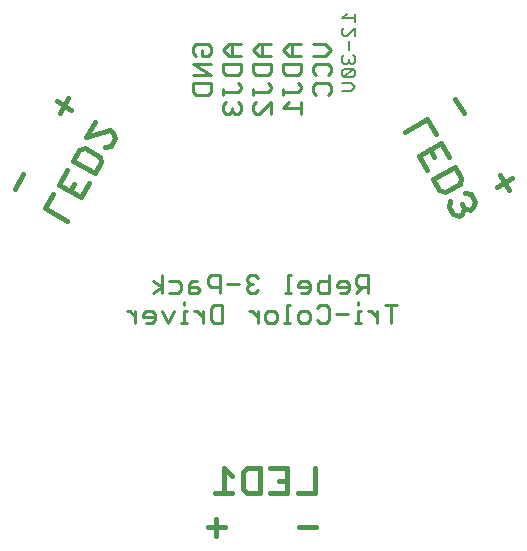
<source format=gbo>
G75*
G70*
%OFA0B0*%
%FSLAX24Y24*%
%IPPOS*%
%LPD*%
%AMOC8*
5,1,8,0,0,1.08239X$1,22.5*
%
%ADD10C,0.0110*%
%ADD11C,0.0150*%
%ADD12C,0.0080*%
D10*
X005049Y007738D02*
X005049Y008132D01*
X005049Y007935D02*
X004852Y008132D01*
X004754Y008132D01*
X005300Y008034D02*
X005300Y007935D01*
X005693Y007935D01*
X005693Y007837D02*
X005693Y008034D01*
X005595Y008132D01*
X005398Y008132D01*
X005300Y008034D01*
X005398Y007738D02*
X005595Y007738D01*
X005693Y007837D01*
X005944Y008132D02*
X006141Y007738D01*
X006338Y008132D01*
X006669Y008132D02*
X006669Y007738D01*
X006571Y007738D02*
X006768Y007738D01*
X006768Y008132D02*
X006669Y008132D01*
X006669Y008329D02*
X006669Y008427D01*
X006821Y008738D02*
X007116Y008738D01*
X007214Y008837D01*
X007116Y008935D01*
X006821Y008935D01*
X006821Y009034D02*
X006821Y008738D01*
X006570Y008837D02*
X006570Y009034D01*
X006471Y009132D01*
X006176Y009132D01*
X005925Y008935D02*
X005630Y009132D01*
X005925Y008935D02*
X005630Y008738D01*
X005925Y008738D02*
X005925Y009329D01*
X006176Y008738D02*
X006471Y008738D01*
X006570Y008837D01*
X006821Y009034D02*
X006919Y009132D01*
X007116Y009132D01*
X007465Y009034D02*
X007564Y008935D01*
X007859Y008935D01*
X007859Y008738D02*
X007859Y009329D01*
X007564Y009329D01*
X007465Y009230D01*
X007465Y009034D01*
X008110Y009034D02*
X008503Y009034D01*
X008754Y009132D02*
X008853Y009034D01*
X008754Y008935D01*
X008754Y008837D01*
X008853Y008738D01*
X009049Y008738D01*
X009148Y008837D01*
X008951Y009034D02*
X008853Y009034D01*
X008754Y009132D02*
X008754Y009230D01*
X008853Y009329D01*
X009049Y009329D01*
X009148Y009230D01*
X010025Y008738D02*
X010222Y008738D01*
X010124Y008738D02*
X010124Y009329D01*
X010222Y009329D01*
X010473Y009034D02*
X010473Y008935D01*
X010867Y008935D01*
X010867Y008837D02*
X010867Y009034D01*
X010768Y009132D01*
X010571Y009132D01*
X010473Y009034D01*
X010571Y008738D02*
X010768Y008738D01*
X010867Y008837D01*
X011118Y008837D02*
X011118Y009034D01*
X011216Y009132D01*
X011511Y009132D01*
X011511Y009329D02*
X011511Y008738D01*
X011216Y008738D01*
X011118Y008837D01*
X011199Y008329D02*
X011396Y008329D01*
X011494Y008230D01*
X011494Y007837D01*
X011396Y007738D01*
X011199Y007738D01*
X011101Y007837D01*
X010850Y007837D02*
X010751Y007738D01*
X010555Y007738D01*
X010456Y007837D01*
X010456Y008034D01*
X010555Y008132D01*
X010751Y008132D01*
X010850Y008034D01*
X010850Y007837D01*
X011101Y008230D02*
X011199Y008329D01*
X011745Y008034D02*
X012139Y008034D01*
X012470Y008132D02*
X012470Y007738D01*
X012372Y007738D02*
X012569Y007738D01*
X012569Y008132D02*
X012470Y008132D01*
X012470Y008329D02*
X012470Y008427D01*
X012407Y008738D02*
X012604Y008935D01*
X012505Y008935D02*
X012800Y008935D01*
X012800Y008738D02*
X012800Y009329D01*
X012505Y009329D01*
X012407Y009230D01*
X012407Y009034D01*
X012505Y008935D01*
X012156Y008935D02*
X011762Y008935D01*
X011762Y009034D01*
X011861Y009132D01*
X012057Y009132D01*
X012156Y009034D01*
X012156Y008837D01*
X012057Y008738D01*
X011861Y008738D01*
X012811Y008132D02*
X012909Y008132D01*
X013106Y007935D01*
X013106Y007738D02*
X013106Y008132D01*
X013357Y008329D02*
X013750Y008329D01*
X013554Y008329D02*
X013554Y007738D01*
X010205Y007738D02*
X010008Y007738D01*
X010107Y007738D02*
X010107Y008329D01*
X010205Y008329D01*
X009776Y008034D02*
X009776Y007837D01*
X009677Y007738D01*
X009480Y007738D01*
X009382Y007837D01*
X009382Y008034D01*
X009480Y008132D01*
X009677Y008132D01*
X009776Y008034D01*
X009131Y008132D02*
X009131Y007738D01*
X009131Y007935D02*
X008934Y008132D01*
X008836Y008132D01*
X007949Y008329D02*
X007949Y007738D01*
X007654Y007738D01*
X007556Y007837D01*
X007556Y008230D01*
X007654Y008329D01*
X007949Y008329D01*
X007305Y008132D02*
X007305Y007738D01*
X007305Y007935D02*
X007108Y008132D01*
X007010Y008132D01*
X008058Y014701D02*
X008157Y014701D01*
X008255Y014799D01*
X008354Y014701D01*
X008452Y014701D01*
X008550Y014799D01*
X008550Y014996D01*
X008452Y015095D01*
X008255Y014898D02*
X008255Y014799D01*
X008058Y014701D02*
X007960Y014799D01*
X007960Y014996D01*
X008058Y015095D01*
X007960Y015346D02*
X007960Y015542D01*
X007960Y015444D02*
X008452Y015444D01*
X008550Y015542D01*
X008550Y015641D01*
X008452Y015739D01*
X008452Y015990D02*
X008058Y015990D01*
X007960Y016089D01*
X007960Y016384D01*
X008550Y016384D01*
X008550Y016089D01*
X008452Y015990D01*
X008960Y016089D02*
X008960Y016384D01*
X009550Y016384D01*
X009550Y016089D01*
X009452Y015990D01*
X009058Y015990D01*
X008960Y016089D01*
X009452Y015739D02*
X009550Y015641D01*
X009550Y015542D01*
X009452Y015444D01*
X008960Y015444D01*
X008960Y015542D02*
X008960Y015346D01*
X009058Y015095D02*
X008960Y014996D01*
X008960Y014799D01*
X009058Y014701D01*
X009157Y014701D01*
X009550Y015095D01*
X009550Y014701D01*
X009960Y014898D02*
X010550Y014898D01*
X010550Y015095D02*
X010550Y014701D01*
X010157Y015095D02*
X009960Y014898D01*
X009960Y015346D02*
X009960Y015542D01*
X009960Y015444D02*
X010452Y015444D01*
X010550Y015542D01*
X010550Y015641D01*
X010452Y015739D01*
X010452Y015990D02*
X010058Y015990D01*
X009960Y016089D01*
X009960Y016384D01*
X010550Y016384D01*
X010550Y016089D01*
X010452Y015990D01*
X010960Y016089D02*
X010960Y016285D01*
X011058Y016384D01*
X011452Y016384D01*
X011550Y016285D01*
X011550Y016089D01*
X011452Y015990D01*
X011452Y015739D02*
X011058Y015739D01*
X010960Y015641D01*
X010960Y015444D01*
X011058Y015346D01*
X011452Y015346D02*
X011550Y015444D01*
X011550Y015641D01*
X011452Y015739D01*
X011058Y015990D02*
X010960Y016089D01*
X010960Y016635D02*
X011354Y016635D01*
X011550Y016831D01*
X011354Y017028D01*
X010960Y017028D01*
X010550Y017028D02*
X010157Y017028D01*
X009960Y016831D01*
X010157Y016635D01*
X010550Y016635D01*
X010255Y016635D02*
X010255Y017028D01*
X009550Y017028D02*
X009157Y017028D01*
X008960Y016831D01*
X009157Y016635D01*
X009550Y016635D01*
X009255Y016635D02*
X009255Y017028D01*
X008550Y017028D02*
X008157Y017028D01*
X007960Y016831D01*
X008157Y016635D01*
X008550Y016635D01*
X008255Y016635D02*
X008255Y017028D01*
X007550Y016930D02*
X007550Y016733D01*
X007452Y016635D01*
X007255Y016635D01*
X007255Y016831D01*
X007058Y016635D02*
X006960Y016733D01*
X006960Y016930D01*
X007058Y017028D01*
X007452Y017028D01*
X007550Y016930D01*
X007550Y016384D02*
X006960Y016384D01*
X007550Y015990D01*
X006960Y015990D01*
X006960Y015739D02*
X006960Y015444D01*
X007058Y015346D01*
X007452Y015346D01*
X007550Y015444D01*
X007550Y015739D01*
X006960Y015739D01*
D11*
X007463Y000934D02*
X008030Y000934D01*
X007747Y001217D02*
X007747Y000650D01*
X007701Y002058D02*
X008268Y002058D01*
X007984Y002058D02*
X007984Y002909D01*
X008268Y002625D01*
X008622Y002767D02*
X008763Y002909D01*
X009189Y002909D01*
X009189Y002058D01*
X008763Y002058D01*
X008622Y002200D01*
X008622Y002767D01*
X009542Y002909D02*
X010110Y002909D01*
X010110Y002058D01*
X009542Y002058D01*
X009826Y002484D02*
X010110Y002484D01*
X010463Y002058D02*
X011030Y002058D01*
X011030Y002909D01*
X011080Y000934D02*
X010513Y000934D01*
X002770Y011129D02*
X002033Y011554D01*
X002316Y012045D01*
X002493Y012351D02*
X002777Y012843D01*
X002954Y013149D02*
X003166Y013517D01*
X003360Y013569D01*
X003851Y013286D01*
X003903Y013092D01*
X003690Y012724D01*
X002954Y013149D01*
X003003Y012384D02*
X002862Y012139D01*
X003230Y011926D02*
X002493Y012351D01*
X003230Y011926D02*
X003514Y012417D01*
X004028Y013592D02*
X004222Y013644D01*
X004363Y013889D01*
X004312Y014083D01*
X004189Y014154D01*
X003414Y013946D01*
X003698Y014437D01*
X002914Y014852D02*
X002422Y015135D01*
X002526Y014748D02*
X002810Y015239D01*
X001310Y012689D02*
X001026Y012198D01*
X014034Y014117D02*
X014771Y014542D01*
X015055Y014051D01*
X015232Y013745D02*
X015515Y013254D01*
X015692Y012948D02*
X015905Y012579D01*
X015853Y012386D01*
X015362Y012102D01*
X015168Y012154D01*
X014955Y012522D01*
X015692Y012948D01*
X015005Y013287D02*
X014863Y013532D01*
X014495Y013320D02*
X015232Y013745D01*
X014495Y013320D02*
X014778Y012829D01*
X015538Y011796D02*
X015487Y011602D01*
X015628Y011356D01*
X015822Y011305D01*
X015945Y011375D01*
X015997Y011569D01*
X016190Y011517D01*
X016313Y011588D01*
X016365Y011782D01*
X016223Y012027D01*
X016030Y012079D01*
X015926Y011692D02*
X015997Y011569D01*
X017106Y012281D02*
X017597Y012564D01*
X017210Y012668D02*
X017493Y012177D01*
X015993Y014727D02*
X015710Y015218D01*
D12*
X012365Y015601D02*
X012225Y015461D01*
X011945Y015461D01*
X011945Y015741D02*
X012225Y015741D01*
X012365Y015601D01*
X012295Y015922D02*
X012015Y015922D01*
X012295Y016202D01*
X012365Y016132D01*
X012365Y015992D01*
X012295Y015922D01*
X012295Y016202D02*
X012015Y016202D01*
X011945Y016132D01*
X011945Y015992D01*
X012015Y015922D01*
X012015Y016382D02*
X012085Y016382D01*
X012155Y016452D01*
X012225Y016382D01*
X012295Y016382D01*
X012365Y016452D01*
X012365Y016592D01*
X012295Y016662D01*
X012155Y016522D02*
X012155Y016452D01*
X012015Y016382D02*
X011945Y016452D01*
X011945Y016592D01*
X012015Y016662D01*
X012155Y016842D02*
X012155Y017123D01*
X012085Y017303D02*
X012015Y017303D01*
X011945Y017373D01*
X011945Y017513D01*
X012015Y017583D01*
X012085Y017303D02*
X012365Y017583D01*
X012365Y017303D01*
X012365Y017763D02*
X012365Y018043D01*
X012365Y017903D02*
X011945Y017903D01*
X012085Y018043D01*
M02*

</source>
